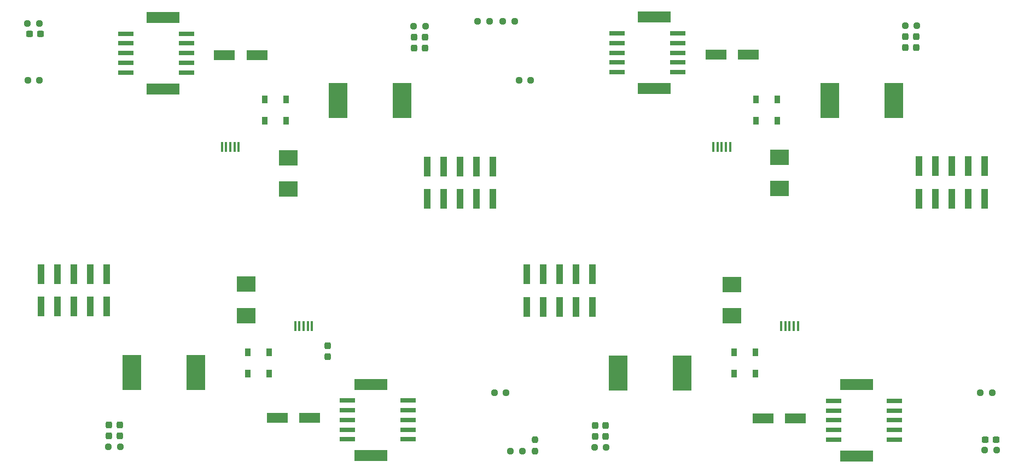
<source format=gbr>
G04 #@! TF.GenerationSoftware,KiCad,Pcbnew,(6.0.4)*
G04 #@! TF.CreationDate,2022-12-04T19:10:42+01:00*
G04 #@! TF.ProjectId,can_controller_board,63616e5f-636f-46e7-9472-6f6c6c65725f,1.0*
G04 #@! TF.SameCoordinates,Original*
G04 #@! TF.FileFunction,Paste,Top*
G04 #@! TF.FilePolarity,Positive*
%FSLAX46Y46*%
G04 Gerber Fmt 4.6, Leading zero omitted, Abs format (unit mm)*
G04 Created by KiCad (PCBNEW (6.0.4)) date 2022-12-04 19:10:42*
%MOMM*%
%LPD*%
G01*
G04 APERTURE LIST*
G04 Aperture macros list*
%AMRoundRect*
0 Rectangle with rounded corners*
0 $1 Rounding radius*
0 $2 $3 $4 $5 $6 $7 $8 $9 X,Y pos of 4 corners*
0 Add a 4 corners polygon primitive as box body*
4,1,4,$2,$3,$4,$5,$6,$7,$8,$9,$2,$3,0*
0 Add four circle primitives for the rounded corners*
1,1,$1+$1,$2,$3*
1,1,$1+$1,$4,$5*
1,1,$1+$1,$6,$7*
1,1,$1+$1,$8,$9*
0 Add four rect primitives between the rounded corners*
20,1,$1+$1,$2,$3,$4,$5,0*
20,1,$1+$1,$4,$5,$6,$7,0*
20,1,$1+$1,$6,$7,$8,$9,0*
20,1,$1+$1,$8,$9,$2,$3,0*%
G04 Aperture macros list end*
%ADD10RoundRect,0.237500X0.237500X-0.300000X0.237500X0.300000X-0.237500X0.300000X-0.237500X-0.300000X0*%
%ADD11RoundRect,0.237500X-0.237500X0.300000X-0.237500X-0.300000X0.237500X-0.300000X0.237500X0.300000X0*%
%ADD12R,1.000000X3.150000*%
%ADD13R,0.450000X1.500000*%
%ADD14R,0.900000X1.200000*%
%ADD15R,3.200000X1.600000*%
%ADD16RoundRect,0.237500X0.250000X0.237500X-0.250000X0.237500X-0.250000X-0.237500X0.250000X-0.237500X0*%
%ADD17RoundRect,0.237500X-0.250000X-0.237500X0.250000X-0.237500X0.250000X0.237500X-0.250000X0.237500X0*%
%ADD18R,2.450000X0.800000*%
%ADD19R,5.050000X1.800000*%
%ADD20RoundRect,0.237500X-0.300000X-0.237500X0.300000X-0.237500X0.300000X0.237500X-0.300000X0.237500X0*%
%ADD21R,2.900000X5.400000*%
%ADD22RoundRect,0.237500X0.300000X0.237500X-0.300000X0.237500X-0.300000X-0.237500X0.300000X-0.237500X0*%
%ADD23R,3.000000X2.400000*%
%ADD24RoundRect,0.237500X-0.237500X0.250000X-0.237500X-0.250000X0.237500X-0.250000X0.237500X0.250000X0*%
G04 APERTURE END LIST*
D10*
G04 #@! TO.C,Cf5*
X224069842Y-73667573D03*
X224069842Y-71942573D03*
G04 #@! TD*
D11*
G04 #@! TO.C,Cs11*
X100793000Y-132136573D03*
X100793000Y-133861573D03*
G04 #@! TD*
D10*
G04 #@! TO.C,Cf2*
X148016421Y-73712501D03*
X148016421Y-71987501D03*
G04 #@! TD*
D12*
G04 #@! TO.C,J25*
X173976176Y-108797317D03*
X173976176Y-113847317D03*
X171436176Y-108797317D03*
X171436176Y-113847317D03*
X168896176Y-108797317D03*
X168896176Y-113847317D03*
X166356176Y-108797317D03*
X166356176Y-113847317D03*
X163816176Y-108797317D03*
X163816176Y-113847317D03*
G04 #@! TD*
D13*
G04 #@! TO.C,J20*
X192668421Y-89030073D03*
X193318421Y-89030073D03*
X193968421Y-89030073D03*
X194618421Y-89030073D03*
X195268421Y-89030073D03*
G04 #@! TD*
D14*
G04 #@! TO.C,D12*
X120643000Y-124149073D03*
X123943000Y-124149073D03*
G04 #@! TD*
D12*
G04 #@! TO.C,J15*
X224463421Y-97055073D03*
X224463421Y-92005073D03*
X227003421Y-97055073D03*
X227003421Y-92005073D03*
X229543421Y-97055073D03*
X229543421Y-92005073D03*
X232083421Y-97055073D03*
X232083421Y-92005073D03*
X234623421Y-97055073D03*
X234623421Y-92005073D03*
G04 #@! TD*
D15*
G04 #@! TO.C,C6*
X122015000Y-74800001D03*
X117015000Y-74800001D03*
G04 #@! TD*
G04 #@! TO.C,C30*
X125144421Y-131049073D03*
X130144421Y-131049073D03*
G04 #@! TD*
D16*
G04 #@! TO.C,Rs11*
X100855500Y-135549073D03*
X99030500Y-135549073D03*
G04 #@! TD*
D17*
G04 #@! TO.C,R13*
X156200342Y-69604146D03*
X158025342Y-69604146D03*
G04 #@! TD*
D16*
G04 #@! TO.C,R21*
X236512500Y-136000000D03*
X234687500Y-136000000D03*
G04 #@! TD*
D18*
G04 #@! TO.C,J6*
X101700000Y-77490752D03*
X111100000Y-77490752D03*
X101700000Y-75990752D03*
X111100000Y-75990752D03*
X101700000Y-74490752D03*
X111100000Y-74490752D03*
X101700000Y-72990752D03*
X111100000Y-72990752D03*
X101700000Y-71490752D03*
X111100000Y-71490752D03*
D19*
X107500000Y-68960752D03*
X107500000Y-80020752D03*
G04 #@! TD*
D20*
G04 #@! TO.C,C19*
X234737500Y-134400000D03*
X236462500Y-134400000D03*
G04 #@! TD*
D18*
G04 #@! TO.C,J16*
X177753421Y-77445824D03*
X187153421Y-77445824D03*
X177753421Y-75945824D03*
X187153421Y-75945824D03*
X177753421Y-74445824D03*
X187153421Y-74445824D03*
X177753421Y-72945824D03*
X187153421Y-72945824D03*
X177753421Y-71445824D03*
X187153421Y-71445824D03*
D19*
X183553421Y-79975824D03*
X183553421Y-68915824D03*
G04 #@! TD*
D21*
G04 #@! TO.C,L14*
X112550000Y-124000000D03*
X102650000Y-124000000D03*
G04 #@! TD*
D11*
G04 #@! TO.C,Cs8*
X176019755Y-132184817D03*
X176019755Y-133909817D03*
G04 #@! TD*
D21*
G04 #@! TO.C,L10*
X187800000Y-124050000D03*
X177900000Y-124050000D03*
G04 #@! TD*
D22*
G04 #@! TO.C,C3*
X88560579Y-71508244D03*
X86835579Y-71508244D03*
G04 #@! TD*
D21*
G04 #@! TO.C,L2*
X134609421Y-81849074D03*
X144509421Y-81849074D03*
G04 #@! TD*
D14*
G04 #@! TO.C,D8*
X195869755Y-120897317D03*
X199169755Y-120897317D03*
G04 #@! TD*
D18*
G04 #@! TO.C,J36*
X145459421Y-128358323D03*
X136059421Y-128358323D03*
X145459421Y-129858323D03*
X136059421Y-129858323D03*
X145459421Y-131358323D03*
X136059421Y-131358323D03*
X145459421Y-132858323D03*
X136059421Y-132858323D03*
X145459421Y-134358323D03*
X136059421Y-134358323D03*
D19*
X139659421Y-125828323D03*
X139659421Y-136888323D03*
G04 #@! TD*
D14*
G04 #@! TO.C,D5*
X202569842Y-84955073D03*
X199269842Y-84955073D03*
G04 #@! TD*
D18*
G04 #@! TO.C,J26*
X220686176Y-128406566D03*
X211286176Y-128406566D03*
X220686176Y-129906566D03*
X211286176Y-129906566D03*
X220686176Y-131406566D03*
X211286176Y-131406566D03*
X220686176Y-132906566D03*
X211286176Y-132906566D03*
X220686176Y-134406566D03*
X211286176Y-134406566D03*
D19*
X214886176Y-136936566D03*
X214886176Y-125876566D03*
G04 #@! TD*
D10*
G04 #@! TO.C,Cs5*
X222419842Y-73667573D03*
X222419842Y-71942573D03*
G04 #@! TD*
D11*
G04 #@! TO.C,Cf11*
X99143000Y-132136573D03*
X99143000Y-133861573D03*
G04 #@! TD*
D17*
G04 #@! TO.C,R7*
X86546921Y-78749074D03*
X88371921Y-78749074D03*
G04 #@! TD*
G04 #@! TO.C,Rs5*
X222357342Y-70255073D03*
X224182342Y-70255073D03*
G04 #@! TD*
D14*
G04 #@! TO.C,D6*
X202569842Y-81655073D03*
X199269842Y-81655073D03*
G04 #@! TD*
D23*
G04 #@! TO.C,F1*
X126840000Y-95550001D03*
X126840000Y-90690001D03*
G04 #@! TD*
D16*
G04 #@! TO.C,R30*
X163112500Y-136200000D03*
X161287500Y-136200000D03*
G04 #@! TD*
D13*
G04 #@! TO.C,J10*
X116615000Y-89075001D03*
X117265000Y-89075001D03*
X117915000Y-89075001D03*
X118565000Y-89075001D03*
X119215000Y-89075001D03*
G04 #@! TD*
D17*
G04 #@! TO.C,Rs2*
X146303921Y-70300001D03*
X148128921Y-70300001D03*
G04 #@! TD*
G04 #@! TO.C,R12*
X160100342Y-69604146D03*
X161925342Y-69604146D03*
G04 #@! TD*
D14*
G04 #@! TO.C,D3*
X126516421Y-81700001D03*
X123216421Y-81700001D03*
G04 #@! TD*
D17*
G04 #@! TO.C,R16*
X162600342Y-78704146D03*
X164425342Y-78704146D03*
G04 #@! TD*
D14*
G04 #@! TO.C,D9*
X195869755Y-124197317D03*
X199169755Y-124197317D03*
G04 #@! TD*
D17*
G04 #@! TO.C,R3*
X86521755Y-69908244D03*
X88346755Y-69908244D03*
G04 #@! TD*
D10*
G04 #@! TO.C,Cs2*
X146366421Y-73712501D03*
X146366421Y-71987501D03*
G04 #@! TD*
D12*
G04 #@! TO.C,J35*
X98749421Y-108749073D03*
X98749421Y-113799073D03*
X96209421Y-108749073D03*
X96209421Y-113799073D03*
X93669421Y-108749073D03*
X93669421Y-113799073D03*
X91129421Y-108749073D03*
X91129421Y-113799073D03*
X88589421Y-108749073D03*
X88589421Y-113799073D03*
G04 #@! TD*
D16*
G04 #@! TO.C,R34*
X160612500Y-127100000D03*
X158787500Y-127100000D03*
G04 #@! TD*
D15*
G04 #@! TO.C,C22*
X200371176Y-131097317D03*
X205371176Y-131097317D03*
G04 #@! TD*
D24*
G04 #@! TO.C,R31*
X165100000Y-134387500D03*
X165100000Y-136212500D03*
G04 #@! TD*
D16*
G04 #@! TO.C,R25*
X235839255Y-127148244D03*
X234014255Y-127148244D03*
G04 #@! TD*
D23*
G04 #@! TO.C,F2*
X202893421Y-95505073D03*
X202893421Y-90645073D03*
G04 #@! TD*
D11*
G04 #@! TO.C,Cf8*
X174369755Y-132184817D03*
X174369755Y-133909817D03*
G04 #@! TD*
D13*
G04 #@! TO.C,J30*
X205771176Y-116822317D03*
X205121176Y-116822317D03*
X204471176Y-116822317D03*
X203821176Y-116822317D03*
X203171176Y-116822317D03*
G04 #@! TD*
D21*
G04 #@! TO.C,L6*
X210662842Y-81804146D03*
X220562842Y-81804146D03*
G04 #@! TD*
D23*
G04 #@! TO.C,F4*
X120319421Y-110299073D03*
X120319421Y-115159073D03*
G04 #@! TD*
G04 #@! TO.C,F3*
X195546176Y-110347317D03*
X195546176Y-115207317D03*
G04 #@! TD*
D10*
G04 #@! TO.C,C32*
X133000000Y-121562500D03*
X133000000Y-119837500D03*
G04 #@! TD*
D13*
G04 #@! TO.C,J40*
X130544421Y-116774073D03*
X129894421Y-116774073D03*
X129244421Y-116774073D03*
X128594421Y-116774073D03*
X127944421Y-116774073D03*
G04 #@! TD*
D14*
G04 #@! TO.C,D11*
X120643000Y-120849073D03*
X123943000Y-120849073D03*
G04 #@! TD*
D15*
G04 #@! TO.C,C14*
X198068421Y-74755073D03*
X193068421Y-74755073D03*
G04 #@! TD*
D12*
G04 #@! TO.C,J5*
X148410000Y-97100001D03*
X148410000Y-92050001D03*
X150950000Y-97100001D03*
X150950000Y-92050001D03*
X153490000Y-97100001D03*
X153490000Y-92050001D03*
X156030000Y-97100001D03*
X156030000Y-92050001D03*
X158570000Y-97100001D03*
X158570000Y-92050001D03*
G04 #@! TD*
D14*
G04 #@! TO.C,D2*
X126516421Y-85000001D03*
X123216421Y-85000001D03*
G04 #@! TD*
D16*
G04 #@! TO.C,Rs8*
X176082255Y-135597317D03*
X174257255Y-135597317D03*
G04 #@! TD*
M02*

</source>
